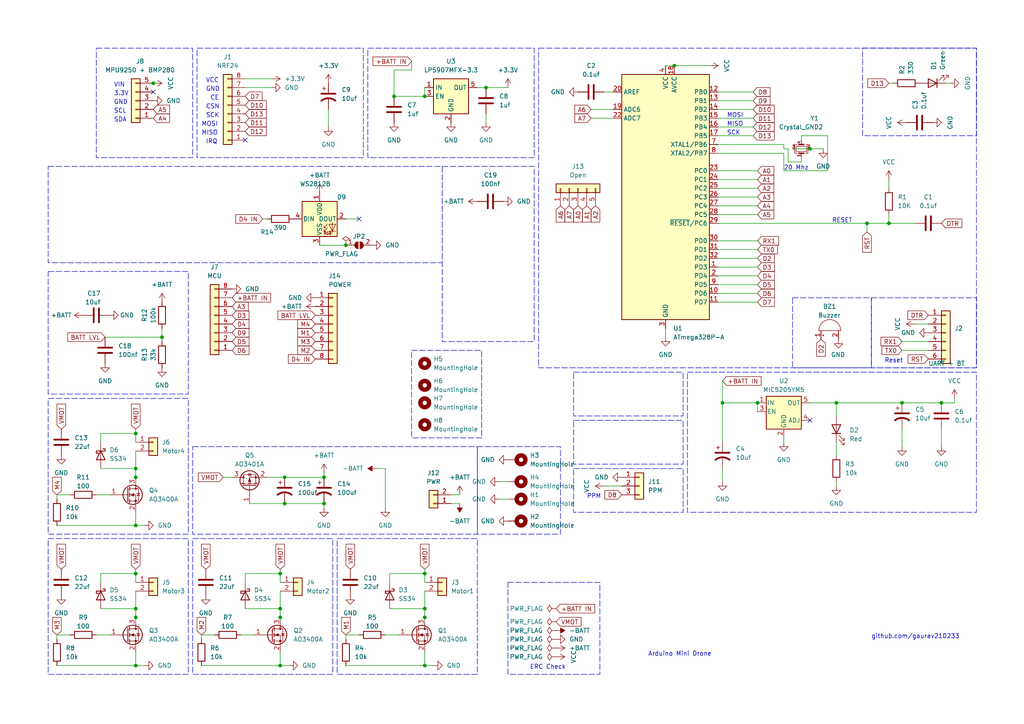
<source format=kicad_sch>
(kicad_sch (version 20230121) (generator eeschema)
  (paper "A4")
  (junction (at 39.37 166.37))
  (junction (at 82.55 146.05))
  (junction (at 81.28 176.53))
  (junction (at 273.05 116.84))
  (junction (at 261.62 116.84))
  (junction (at 123.19 179.07))
  (junction (at 39.37 193.04))
  (junction (at 81.28 193.04))
  (junction (at 100.33 71.12))
  (junction (at 81.28 179.07))
  (junction (at 44.45 24.13))
  (junction (at 93.98 138.43))
  (junction (at 234.95 43.18))
  (junction (at 39.37 125.73))
  (junction (at 123.19 193.04))
  (junction (at 114.3 27.94))
  (junction (at 123.19 166.37))
  (junction (at 123.19 176.53))
  (junction (at 82.55 138.43))
  (junction (at 39.37 152.4))
  (junction (at 46.99 97.79))
  (junction (at 257.81 64.77))
  (junction (at 123.19 27.94))
  (junction (at 39.37 138.43))
  (junction (at 140.97 25.4))
  (junction (at 81.28 166.37))
  (junction (at 39.37 135.89))
  (junction (at 251.46 64.77))
  (junction (at 219.71 116.84))
  (junction (at 39.37 176.53))
  (junction (at 93.98 146.05))
  (junction (at 195.58 19.05))
  (junction (at 39.37 179.07))
  (junction (at 209.55 116.84))
  (junction (at 242.57 116.84))
  (no_connect (at 234.95 121.92))
  (no_connect (at 71.12 40.64))
  (no_connect (at 44.45 26.67))
  (no_connect (at 104.14 63.5))
  (wire (pts (xy 114.3 27.94) (xy 123.19 27.94)))
  (wire (pts (xy 261.62 124.46) (xy 261.62 129.54)))
  (wire (pts (xy 265.43 93.98) (xy 269.24 93.98)))
  (wire (pts (xy 71.12 176.53) (xy 81.28 176.53)))
  (wire (pts (xy 45.72 24.13) (xy 44.45 24.13)))
  (wire (pts (xy 193.04 97.79) (xy 193.04 95.25)))
  (wire (pts (xy 39.37 125.73) (xy 39.37 128.27)))
  (wire (pts (xy 138.43 25.4) (xy 140.97 25.4)))
  (wire (pts (xy 219.71 80.01) (xy 208.28 80.01)))
  (wire (pts (xy 123.19 180.34) (xy 123.19 179.07)))
  (wire (pts (xy 205.74 19.05) (xy 195.58 19.05)))
  (wire (pts (xy 219.71 77.47) (xy 208.28 77.47)))
  (wire (pts (xy 46.99 95.25) (xy 46.99 97.79)))
  (wire (pts (xy 219.71 82.55) (xy 208.28 82.55)))
  (wire (pts (xy 209.55 139.7) (xy 209.55 135.89)))
  (wire (pts (xy 39.37 124.46) (xy 39.37 125.73)))
  (wire (pts (xy 29.21 168.91) (xy 29.21 166.37)))
  (wire (pts (xy 111.76 135.89) (xy 111.76 147.32)))
  (wire (pts (xy 58.42 184.15) (xy 62.23 184.15)))
  (wire (pts (xy 16.51 143.51) (xy 20.32 143.51)))
  (wire (pts (xy 39.37 130.81) (xy 39.37 135.89)))
  (wire (pts (xy 228.6 46.99) (xy 232.41 46.99)))
  (wire (pts (xy 227.33 43.18) (xy 228.6 43.18)))
  (wire (pts (xy 41.91 193.04) (xy 39.37 193.04)))
  (wire (pts (xy 273.05 124.46) (xy 273.05 129.54)))
  (wire (pts (xy 123.19 166.37) (xy 123.19 168.91)))
  (wire (pts (xy 113.03 176.53) (xy 123.19 176.53)))
  (wire (pts (xy 234.95 116.84) (xy 242.57 116.84)))
  (wire (pts (xy 100.33 185.42) (xy 100.33 184.15)))
  (wire (pts (xy 125.73 193.04) (xy 123.19 193.04)))
  (wire (pts (xy 29.21 125.73) (xy 39.37 125.73)))
  (wire (pts (xy 209.55 128.27) (xy 209.55 116.84)))
  (wire (pts (xy 209.55 110.49) (xy 209.55 116.84)))
  (wire (pts (xy 219.71 49.53) (xy 208.28 49.53)))
  (wire (pts (xy 39.37 148.59) (xy 39.37 152.4)))
  (wire (pts (xy 144.78 144.78) (xy 147.32 144.78)))
  (wire (pts (xy 257.81 24.13) (xy 259.08 24.13)))
  (wire (pts (xy 175.26 140.97) (xy 180.34 140.97)))
  (wire (pts (xy 39.37 180.34) (xy 39.37 179.07)))
  (wire (pts (xy 16.51 152.4) (xy 39.37 152.4)))
  (wire (pts (xy 133.35 146.05) (xy 130.81 146.05)))
  (wire (pts (xy 16.51 184.15) (xy 20.32 184.15)))
  (wire (pts (xy 81.28 180.34) (xy 81.28 179.07)))
  (wire (pts (xy 175.26 26.67) (xy 177.8 26.67)))
  (wire (pts (xy 71.12 22.86) (xy 78.74 22.86)))
  (wire (pts (xy 29.21 166.37) (xy 39.37 166.37)))
  (wire (pts (xy 93.98 137.16) (xy 93.98 138.43)))
  (wire (pts (xy 218.44 34.29) (xy 208.28 34.29)))
  (wire (pts (xy 209.55 116.84) (xy 219.71 116.84)))
  (wire (pts (xy 219.71 62.23) (xy 208.28 62.23)))
  (wire (pts (xy 71.12 25.4) (xy 78.74 25.4)))
  (wire (pts (xy 219.71 74.93) (xy 208.28 74.93)))
  (wire (pts (xy 58.42 193.04) (xy 81.28 193.04)))
  (wire (pts (xy 261.62 99.06) (xy 269.24 99.06)))
  (wire (pts (xy 95.25 31.75) (xy 95.25 36.83)))
  (wire (pts (xy 81.28 176.53) (xy 81.28 179.07)))
  (wire (pts (xy 81.28 166.37) (xy 81.28 168.91)))
  (wire (pts (xy 219.71 72.39) (xy 208.28 72.39)))
  (wire (pts (xy 81.28 165.1) (xy 81.28 166.37)))
  (wire (pts (xy 39.37 135.89) (xy 39.37 138.43)))
  (wire (pts (xy 251.46 64.77) (xy 257.81 64.77)))
  (wire (pts (xy 257.81 64.77) (xy 265.43 64.77)))
  (wire (pts (xy 123.19 189.23) (xy 123.19 193.04)))
  (wire (pts (xy 123.19 165.1) (xy 123.19 166.37)))
  (wire (pts (xy 219.71 59.69) (xy 208.28 59.69)))
  (wire (pts (xy 41.91 152.4) (xy 39.37 152.4)))
  (wire (pts (xy 232.41 39.37) (xy 232.41 40.64)))
  (wire (pts (xy 100.33 63.5) (xy 104.14 63.5)))
  (wire (pts (xy 147.32 25.4) (xy 140.97 25.4)))
  (wire (pts (xy 171.45 31.75) (xy 177.8 31.75)))
  (wire (pts (xy 100.33 193.04) (xy 123.19 193.04)))
  (wire (pts (xy 81.28 189.23) (xy 81.28 193.04)))
  (wire (pts (xy 257.81 62.23) (xy 257.81 64.77)))
  (wire (pts (xy 119.38 20.32) (xy 119.38 17.78)))
  (wire (pts (xy 58.42 185.42) (xy 58.42 184.15)))
  (wire (pts (xy 232.41 45.72) (xy 232.41 46.99)))
  (wire (pts (xy 111.76 184.15) (xy 115.57 184.15)))
  (wire (pts (xy 228.6 43.18) (xy 228.6 46.99)))
  (wire (pts (xy 242.57 120.65) (xy 242.57 116.84)))
  (wire (pts (xy 218.44 36.83) (xy 208.28 36.83)))
  (wire (pts (xy 219.71 85.09) (xy 208.28 85.09)))
  (wire (pts (xy 29.21 176.53) (xy 39.37 176.53)))
  (wire (pts (xy 114.3 20.32) (xy 119.38 20.32)))
  (wire (pts (xy 123.19 171.45) (xy 123.19 176.53)))
  (wire (pts (xy 64.77 138.43) (xy 67.31 138.43)))
  (wire (pts (xy 39.37 166.37) (xy 39.37 168.91)))
  (wire (pts (xy 29.21 128.27) (xy 29.21 125.73)))
  (wire (pts (xy 218.44 31.75) (xy 208.28 31.75)))
  (wire (pts (xy 171.45 34.29) (xy 177.8 34.29)))
  (wire (pts (xy 257.81 52.07) (xy 257.81 54.61)))
  (wire (pts (xy 39.37 171.45) (xy 39.37 176.53)))
  (wire (pts (xy 29.21 135.89) (xy 39.37 135.89)))
  (wire (pts (xy 193.04 19.05) (xy 195.58 19.05)))
  (wire (pts (xy 82.55 146.05) (xy 93.98 146.05)))
  (wire (pts (xy 219.71 54.61) (xy 208.28 54.61)))
  (wire (pts (xy 208.28 41.91) (xy 227.33 41.91)))
  (wire (pts (xy 16.51 185.42) (xy 16.51 184.15)))
  (wire (pts (xy 219.71 116.84) (xy 219.71 119.38)))
  (wire (pts (xy 218.44 29.21) (xy 208.28 29.21)))
  (wire (pts (xy 39.37 139.7) (xy 39.37 138.43)))
  (wire (pts (xy 218.44 39.37) (xy 208.28 39.37)))
  (wire (pts (xy 227.33 49.53) (xy 240.03 49.53)))
  (wire (pts (xy 227.33 128.27) (xy 227.33 127)))
  (wire (pts (xy 76.2 63.5) (xy 77.47 63.5)))
  (wire (pts (xy 123.19 25.4) (xy 123.19 27.94)))
  (wire (pts (xy 242.57 116.84) (xy 261.62 116.84)))
  (wire (pts (xy 69.85 184.15) (xy 73.66 184.15)))
  (wire (pts (xy 261.62 101.6) (xy 269.24 101.6)))
  (wire (pts (xy 71.12 166.37) (xy 81.28 166.37)))
  (wire (pts (xy 208.28 44.45) (xy 227.33 44.45)))
  (wire (pts (xy 242.57 139.7) (xy 242.57 140.97)))
  (wire (pts (xy 27.94 184.15) (xy 31.75 184.15)))
  (wire (pts (xy 39.37 189.23) (xy 39.37 193.04)))
  (wire (pts (xy 261.62 116.84) (xy 273.05 116.84)))
  (wire (pts (xy 208.28 64.77) (xy 251.46 64.77)))
  (wire (pts (xy 72.39 146.05) (xy 82.55 146.05)))
  (wire (pts (xy 227.33 41.91) (xy 227.33 43.18)))
  (wire (pts (xy 274.32 24.13) (xy 275.59 24.13)))
  (wire (pts (xy 219.71 69.85) (xy 208.28 69.85)))
  (wire (pts (xy 46.99 97.79) (xy 46.99 99.06)))
  (wire (pts (xy 229.87 43.18) (xy 234.95 43.18)))
  (wire (pts (xy 113.03 166.37) (xy 123.19 166.37)))
  (wire (pts (xy 227.33 44.45) (xy 227.33 49.53)))
  (wire (pts (xy 81.28 171.45) (xy 81.28 176.53)))
  (wire (pts (xy 240.03 49.53) (xy 240.03 39.37)))
  (wire (pts (xy 83.82 193.04) (xy 81.28 193.04)))
  (wire (pts (xy 219.71 52.07) (xy 208.28 52.07)))
  (wire (pts (xy 77.47 138.43) (xy 82.55 138.43)))
  (wire (pts (xy 16.51 193.04) (xy 39.37 193.04)))
  (wire (pts (xy 273.05 116.84) (xy 276.86 116.84)))
  (wire (pts (xy 109.22 135.89) (xy 111.76 135.89)))
  (wire (pts (xy 93.98 146.05) (xy 93.98 147.32)))
  (wire (pts (xy 123.19 176.53) (xy 123.19 179.07)))
  (wire (pts (xy 71.12 168.91) (xy 71.12 166.37)))
  (wire (pts (xy 219.71 57.15) (xy 208.28 57.15)))
  (wire (pts (xy 30.48 97.79) (xy 46.99 97.79)))
  (wire (pts (xy 140.97 35.56) (xy 140.97 33.02)))
  (wire (pts (xy 242.57 128.27) (xy 242.57 132.08)))
  (wire (pts (xy 251.46 64.77) (xy 251.46 67.31)))
  (wire (pts (xy 27.94 143.51) (xy 31.75 143.51)))
  (wire (pts (xy 276.86 115.57) (xy 276.86 116.84)))
  (wire (pts (xy 16.51 144.78) (xy 16.51 143.51)))
  (wire (pts (xy 133.35 143.51) (xy 130.81 143.51)))
  (wire (pts (xy 144.78 139.7) (xy 147.32 139.7)))
  (wire (pts (xy 240.03 39.37) (xy 232.41 39.37)))
  (wire (pts (xy 39.37 165.1) (xy 39.37 166.37)))
  (wire (pts (xy 100.33 184.15) (xy 104.14 184.15)))
  (wire (pts (xy 39.37 176.53) (xy 39.37 179.07)))
  (wire (pts (xy 219.71 87.63) (xy 208.28 87.63)))
  (wire (pts (xy 92.71 71.12) (xy 100.33 71.12)))
  (wire (pts (xy 234.95 43.18) (xy 238.76 43.18)))
  (wire (pts (xy 218.44 26.67) (xy 208.28 26.67)))
  (wire (pts (xy 113.03 168.91) (xy 113.03 166.37)))
  (wire (pts (xy 82.55 138.43) (xy 93.98 138.43)))
  (wire (pts (xy 114.3 20.32) (xy 114.3 27.94)))
  (rectangle (start 229.87 86.36) (end 252.73 106.68) (stroke (width 0) (type dash)))
  (rectangle (start 27.94 13.97) (end 55.88 45.72) (stroke (width 0) (type dash)))
  (rectangle (start 13.97 78.74) (end 54.61 114.3) (stroke (width 0) (type dash)))
  (rectangle (start 252.73 86.36) (end 283.21 106.68) (stroke (width 0) (type dash)))
  (rectangle (start 166.37 107.95) (end 198.12 120.65) (stroke (width 0) (type dash)))
  (rectangle (start 156.21 13.97) (end 283.21 106.68) (stroke (width 0) (type dash)))
  (rectangle (start 55.88 129.54) (end 138.43 154.94) (stroke (width 0) (type dash)))
  (rectangle (start 13.97 156.21) (end 54.61 195.58) (stroke (width 0) (type dash)))
  (rectangle (start 57.15 13.97) (end 105.41 45.72) (stroke (width 0) (type dash)))
  (rectangle (start 138.43 129.54) (end 162.56 154.94) (stroke (width 0) (type dash)))
  (rectangle (start 166.37 121.92) (end 198.12 134.62) (stroke (width 0) (type dash)))
  (rectangle (start 55.88 156.21) (end 96.52 195.58) (stroke (width 0) (type dash)))
  (rectangle (start 128.27 48.26) (end 154.94 99.06) (stroke (width 0) (type dash)))
  (rectangle (start 250.19 13.97) (end 283.21 39.37) (stroke (width 0) (type dash)))
  (rectangle (start 147.32 168.91) (end 173.99 195.58) (stroke (width 0) (type dash)))
  (rectangle (start 106.68 13.97) (end 154.94 45.72) (stroke (width 0) (type dash)))
  (rectangle (start 199.39 107.95) (end 283.21 148.59) (stroke (width 0) (type dash)))
  (rectangle (start 13.97 115.57) (end 54.61 154.94) (stroke (width 0) (type dash)))
  (rectangle (start 13.97 48.26) (end 128.27 76.2) (stroke (width 0) (type dash)))
  (rectangle (start 166.37 135.89) (end 198.12 148.59) (stroke (width 0) (type dash)))
  (rectangle (start 119.38 101.6) (end 139.7 127) (stroke (width 0) (type dash)))
  (rectangle (start 97.79 156.21) (end 138.43 195.58) (stroke (width 0) (type dash)))
  (text "SCL" (at 33.02 33.02 0) (effects (font (size 1.27 1.27)) (justify left bottom)))
  (text "GND\n" (at 33.02 30.48 0) (effects (font (size 1.27 1.27)) (justify left bottom)))
  (text "RESET" (at 241.3 64.77 0) (effects (font (size 1.27 1.27)) (justify left bottom)))
  (text "MISO\n" (at 210.82 36.83 0) (effects (font (size 1.27 1.27)) (justify left bottom)))
  (text "Reset\n" (at 256.54 105.41 0) (effects (font (size 1.27 1.27)) (justify left bottom)))
  (text "3.3V" (at 33.02 27.94 0) (effects (font (size 1.27 1.27)) (justify left bottom)))
  (text "MOSI" (at 210.82 34.29 0) (effects (font (size 1.27 1.27)) (justify left bottom)))
  (text "CE" (at 60.96 29.21 0) (effects (font (size 1.27 1.27)) (justify left bottom)))
  (text "VIN\n" (at 33.02 25.4 0) (effects (font (size 1.27 1.27)) (justify left bottom)))
  (text "ERC Check" (at 153.67 194.31 0) (effects (font (size 1.27 1.27)) (justify left bottom)))
  (text "Arduino Mini Drone" (at 187.96 190.5 0) (effects (font (size 1.27 1.27)) (justify left bottom)))
  (text "PPM\n" (at 170.18 144.78 0) (effects (font (size 1.27 1.27)) (justify left bottom)))
  (text "IRQ" (at 59.69 41.91 0) (effects (font (size 1.27 1.27)) (justify left bottom)))
  (text "VCC" (at 59.69 24.13 0) (effects (font (size 1.27 1.27)) (justify left bottom)))
  (text "SCK" (at 59.69 34.29 0) (effects (font (size 1.27 1.27)) (justify left bottom)))
  (text "MOSI" (at 58.42 36.83 0) (effects (font (size 1.27 1.27)) (justify left bottom)))
  (text "MISO" (at 58.42 39.37 0) (effects (font (size 1.27 1.27)) (justify left bottom)))
  (text "SCK" (at 210.82 39.37 0) (effects (font (size 1.27 1.27)) (justify left bottom)))
  (text "CSN" (at 59.69 31.75 0) (effects (font (size 1.27 1.27)) (justify left bottom)))
  (text "SDA" (at 33.02 35.56 0) (effects (font (size 1.27 1.27)) (justify left bottom)))
  (text "github.com/gaurav210233" (at 252.73 185.42 0) (effects (font (size 1.27 1.27)) (justify left bottom)))
  (text "20 Mhz" (at 227.33 49.53 0) (effects (font (size 1.27 1.27)) (justify left bottom)))
  (text "GND" (at 59.69 26.67 0) (effects (font (size 1.27 1.27)) (justify left bottom)))
  (global_label "M3" (shape input) (at 16.51 184.15 90) (property "Intersheetrefs" "${INTERSHEET_REFS}" (effects hide)))
  (global_label "VMOT" (shape input) (at 64.77 138.43 180) (property "Intersheetrefs" "${INTERSHEET_REFS}" (effects hide)))
  (global_label "D13" (shape input) (at 218.44 39.37 0) (property "Intersheetrefs" "${INTERSHEET_REFS}" (effects hide)))
  (global_label "A1" (shape input) (at 170.18 59.69 270) (property "Intersheetrefs" "${INTERSHEET_REFS}" (effects hide)))
  (global_label "A7" (shape input) (at 171.45 34.29 180) (property "Intersheetrefs" "${INTERSHEET_REFS}" (effects hide)))
  (global_label "D13" (shape input) (at 257.81 24.13 180) (property "Intersheetrefs" "${INTERSHEET_REFS}" (effects hide)))
  (global_label "M2" (shape input) (at 91.44 101.6 180) (property "Intersheetrefs" "${INTERSHEET_REFS}" (effects hide)))
  (global_label "A0" (shape input) (at 219.71 49.53 0) (property "Intersheetrefs" "${INTERSHEET_REFS}" (effects hide)))
  (global_label "D7" (shape input) (at 219.71 87.63 0) (property "Intersheetrefs" "${INTERSHEET_REFS}" (effects hide)))
  (global_label "VMOT" (shape input) (at 123.19 165.1 90) (property "Intersheetrefs" "${INTERSHEET_REFS}" (effects hide)))
  (global_label "D3" (shape input) (at 219.71 77.47 0) (property "Intersheetrefs" "${INTERSHEET_REFS}" (effects hide)))
  (global_label "D11" (shape input) (at 71.12 35.56 0) (property "Intersheetrefs" "${INTERSHEET_REFS}" (effects hide)))
  (global_label "A2" (shape input) (at 219.71 54.61 0) (property "Intersheetrefs" "${INTERSHEET_REFS}" (effects hide)))
  (global_label "A6" (shape input) (at 162.56 59.69 270) (property "Intersheetrefs" "${INTERSHEET_REFS}" (effects hide)))
  (global_label "VMOT" (shape input) (at 81.28 165.1 90) (property "Intersheetrefs" "${INTERSHEET_REFS}" (effects hide)))
  (global_label "+BATT IN" (shape input) (at 119.38 17.78 180) (property "Intersheetrefs" "${INTERSHEET_REFS}" (effects hide)))
  (global_label "RX1" (shape input) (at 219.71 69.85 0) (property "Intersheetrefs" "${INTERSHEET_REFS}" (effects hide)))
  (global_label "+BATT IN" (shape input) (at 161.29 176.53 0) (property "Intersheetrefs" "${INTERSHEET_REFS}" (effects hide)))
  (global_label "M1" (shape input) (at 91.44 96.52 180) (property "Intersheetrefs" "${INTERSHEET_REFS}" (effects hide)))
  (global_label "VMOT" (shape input) (at 161.29 180.34 0) (property "Intersheetrefs" "${INTERSHEET_REFS}" (effects hide)))
  (global_label "D4" (shape input) (at 219.71 80.01 0) (property "Intersheetrefs" "${INTERSHEET_REFS}" (effects hide)))
  (global_label "A5" (shape input) (at 44.45 31.75 0) (property "Intersheetrefs" "${INTERSHEET_REFS}" (effects hide)))
  (global_label "D9" (shape input) (at 218.44 29.21 0) (property "Intersheetrefs" "${INTERSHEET_REFS}" (effects hide)))
  (global_label "D12" (shape input) (at 218.44 36.83 0) (property "Intersheetrefs" "${INTERSHEET_REFS}" (effects hide)))
  (global_label "D13" (shape input) (at 71.12 33.02 0) (property "Intersheetrefs" "${INTERSHEET_REFS}" (effects hide)))
  (global_label "A6" (shape input) (at 171.45 31.75 180) (property "Intersheetrefs" "${INTERSHEET_REFS}" (effects hide)))
  (global_label "D4" (shape input) (at 67.31 93.98 0) (property "Intersheetrefs" "${INTERSHEET_REFS}" (effects hide)))
  (global_label "BATT LVL" (shape input) (at 30.48 97.79 180) (property "Intersheetrefs" "${INTERSHEET_REFS}" (effects hide)))
  (global_label "RST" (shape input) (at 251.46 67.31 270) (property "Intersheetrefs" "${INTERSHEET_REFS}" (effects hide)))
  (global_label "D4 IN" (shape input) (at 76.2 63.5 180) (property "Intersheetrefs" "${INTERSHEET_REFS}" (effects hide)))
  (global_label "D10" (shape input) (at 71.12 30.48 0) (property "Intersheetrefs" "${INTERSHEET_REFS}" (effects hide)))
  (global_label "D2" (shape input) (at 219.71 74.93 0) (property "Intersheetrefs" "${INTERSHEET_REFS}" (effects hide)))
  (global_label "D6" (shape input) (at 219.71 85.09 0) (property "Intersheetrefs" "${INTERSHEET_REFS}" (effects hide)))
  (global_label "VMOT" (shape input) (at 39.37 124.46 90) (property "Intersheetrefs" "${INTERSHEET_REFS}" (effects hide)))
  (global_label "TX0" (shape input) (at 219.71 72.39 0) (property "Intersheetrefs" "${INTERSHEET_REFS}" (effects hide)))
  (global_label "A4" (shape input) (at 44.45 34.29 0) (property "Intersheetrefs" "${INTERSHEET_REFS}" (effects hide)))
  (global_label "D2" (shape input) (at 238.125 98.425 270) (property "Intersheetrefs" "${INTERSHEET_REFS}" (effects hide)))
  (global_label "+BATT IN" (shape input) (at 209.55 110.49 0) (property "Intersheetrefs" "${INTERSHEET_REFS}" (effects hide)))
  (global_label "D5" (shape input) (at 219.71 82.55 0) (property "Intersheetrefs" "${INTERSHEET_REFS}" (effects hide)))
  (global_label "VMOT" (shape input) (at 59.69 165.1 90) (property "Intersheetrefs" "${INTERSHEET_REFS}" (effects hide)))
  (global_label "D9" (shape input) (at 67.31 96.52 0) (property "Intersheetrefs" "${INTERSHEET_REFS}" (effects hide)))
  (global_label "D11" (shape input) (at 218.44 34.29 0) (property "Intersheetrefs" "${INTERSHEET_REFS}" (effects hide)))
  (global_label "D12" (shape input) (at 71.12 38.1 0) (property "Intersheetrefs" "${INTERSHEET_REFS}" (effects hide)))
  (global_label "RST" (shape input) (at 269.24 104.14 180) (property "Intersheetrefs" "${INTERSHEET_REFS}" (effects hide)))
  (global_label "A3" (shape input) (at 219.71 57.15 0) (property "Intersheetrefs" "${INTERSHEET_REFS}" (effects hide)))
  (global_label "D8" (shape input) (at 180.34 143.51 180) (property "Intersheetrefs" "${INTERSHEET_REFS}" (effects hide)))
  (global_label "A4" (shape input) (at 219.71 59.69 0) (property "Intersheetrefs" "${INTERSHEET_REFS}" (effects hide)))
  (global_label "M3" (shape input) (at 91.44 99.06 180) (property "Intersheetrefs" "${INTERSHEET_REFS}" (effects hide)))
  (global_label "A2" (shape input) (at 172.72 59.69 270) (property "Intersheetrefs" "${INTERSHEET_REFS}" (effects hide)))
  (global_label "M4" (shape input) (at 91.44 93.98 180) (property "Intersheetrefs" "${INTERSHEET_REFS}" (effects hide)))
  (global_label "VMOT" (shape input) (at 101.6 165.1 90) (property "Intersheetrefs" "${INTERSHEET_REFS}" (effects hide)))
  (global_label "D3" (shape input) (at 67.31 91.44 0) (property "Intersheetrefs" "${INTERSHEET_REFS}" (effects hide)))
  (global_label "DTR" (shape input) (at 269.24 91.44 180) (property "Intersheetrefs" "${INTERSHEET_REFS}" (effects hide)))
  (global_label "A7" (shape input) (at 165.1 59.69 270) (property "Intersheetrefs" "${INTERSHEET_REFS}" (effects hide)))
  (global_label "VMOT" (shape input) (at 39.37 165.1 90) (property "Intersheetrefs" "${INTERSHEET_REFS}" (effects hide)))
  (global_label "D6" (shape input) (at 67.31 101.6 0) (property "Intersheetrefs" "${INTERSHEET_REFS}" (effects hide)))
  (global_label "D5" (shape input) (at 67.31 99.06 0) (property "Intersheetrefs" "${INTERSHEET_REFS}" (effects hide)))
  (global_label "VMOT" (shape input) (at 17.78 124.46 90) (property "Intersheetrefs" "${INTERSHEET_REFS}" (effects hide)))
  (global_label "A1" (shape input) (at 219.71 52.07 0) (property "Intersheetrefs" "${INTERSHEET_REFS}" (effects hide)))
  (global_label "M4" (shape input) (at 16.51 143.51 90) (property "Intersheetrefs" "${INTERSHEET_REFS}" (effects hide)))
  (global_label "+BATT IN" (shape input) (at 67.31 86.36 0) (property "Intersheetrefs" "${INTERSHEET_REFS}" (effects hide)))
  (global_label "VMOT" (shape input) (at 17.78 165.1 90) (property "Intersheetrefs" "${INTERSHEET_REFS}" (effects hide)))
  (global_label "BATT LVL" (shape input) (at 91.44 91.44 180) (property "Intersheetrefs" "${INTERSHEET_REFS}" (effects hide)))
  (global_label "D7" (shape input) (at 71.12 27.94 0) (property "Intersheetrefs" "${INTERSHEET_REFS}" (effects hide)))
  (global_label "DTR" (shape input) (at 273.05 64.77 0) (property "Intersheetrefs" "${INTERSHEET_REFS}" (effects hide)))
  (global_label "M2" (shape input) (at 58.42 184.15 90) (property "Intersheetrefs" "${INTERSHEET_REFS}" (effects hide)))
  (global_label "D8" (shape input) (at 218.44 26.67 0) (property "Intersheetrefs" "${INTERSHEET_REFS}" (effects hide)))
  (global_label "A0" (shape input) (at 167.64 59.69 270) (property "Intersheetrefs" "${INTERSHEET_REFS}" (effects hide)))
  (global_label "A5" (shape input) (at 219.71 62.23 0) (property "Intersheetrefs" "${INTERSHEET_REFS}" (effects hide)))
  (global_label "TX0" (shape input) (at 261.62 101.6 180) (property "Intersheetrefs" "${INTERSHEET_REFS}" (effects hide)))
  (global_label "RX1" (shape input) (at 261.62 99.06 180) (property "Intersheetrefs" "${INTERSHEET_REFS}" (effects hide)))
  (global_label "D4 IN" (shape input) (at 91.44 104.14 180) (property "Intersheetrefs" "${INTERSHEET_REFS}" (effects hide)))
  (global_label "M1" (shape input) (at 100.33 184.15 90) (property "Intersheetrefs" "${INTERSHEET_REFS}" (effects hide)))
  (global_label "A3" (shape input) (at 67.31 88.9 0) (property "Intersheetrefs" "${INTERSHEET_REFS}" (effects hide)))
  (global_label "D10" (shape input) (at 218.44 31.75 0) (property "Intersheetrefs" "${INTERSHEET_REFS}" (effects hide)))
  (symbol (lib_id "power:VCC") (at 262.89 35.56 90) (unit 1)
    (property "Reference" "#PWR08" (effects hide))
    (property "Value" "VCC" (at 257.81 35.56 0))
  )
  (symbol (lib_id "power:GND") (at 95.25 36.83 0) (unit 1)
    (property "Reference" "#PWR023" (effects hide))
    (property "Value" "GND" (at 95.25 41.91 0))
  )
  (symbol (lib_id "Connector_Generic:Conn_01x08") (at 66.04 33.02 180) (unit 1)
    (property "Reference" "J1" (at 66.04 16.51 0))
    (property "Value" "NRF24" (at 66.04 19.05 0))
    (property "Footprint" "Connector_PinHeader_1.27mm:PinHeader_1x08_P1.27mm_Vertical" (effects hide))
  )
  (symbol (lib_id "power:+3.3V") (at 95.25 24.13 0) (unit 1)
    (property "Reference" "#PWR024" (effects hide))
    (property "Value" "+3.3V" (at 95.25 19.05 0))
  )
  (symbol (lib_id "power:+3.3V") (at 147.32 25.4 0) (unit 1)
    (property "Reference" "#PWR019" (effects hide))
    (property "Value" "+3.3V" (at 147.32 20.32 0))
  )
  (symbol (lib_id "Device:R") (at 16.51 148.59 180) (unit 1)
    (property "Reference" "R10" (at 19.05 147.32 0) (effects (justify right)))
    (property "Value" "10k" (at 19.05 149.86 0) (effects (justify right)))
    (property "Footprint" "Resistor_SMD:R_0603_1608Metric_Pad0.98x0.95mm_HandSolder" (effects hide))
    (property "LCSC" "C25804" (effects hide))
  )
  (symbol (lib_id "power:VCC") (at 205.74 19.05 270) (unit 1)
    (property "Reference" "#PWR03" (effects hide))
    (property "Value" "VCC" (at 210.82 19.05 0))
  )
  (symbol (lib_id "Mechanical:MountingHole") (at 123.19 116.84 0) (unit 1)
    (property "Reference" "H7" (at 125.73 115.57 0) (effects (justify left)))
    (property "Value" "MountingHole" (at 125.73 118.11 0) (effects (justify left)))
    (property "Footprint" "MountingHole:MountingHole_2.2mm_M2_Pad_Via" (effects hide))
  )
  (symbol (lib_id "Mechanical:MountingHole_Pad") (at 149.86 144.78 270) (unit 1)
    (property "Reference" "H1" (at 153.67 143.51 90) (effects (justify left)))
    (property "Value" "MountingHole" (at 153.67 146.05 90) (effects (justify left)))
    (property "Footprint" "MountingHole:MountingHole_2.2mm_M2_Pad_Via" (effects hide))
  )
  (symbol (lib_id "Device:Buzzer") (at 240.665 95.885 90) (unit 1)
    (property "Reference" "BZ1" (at 242.57 88.9 90) (effects (justify left)))
    (property "Value" "Buzzer" (at 243.84 91.44 90) (effects (justify left)))
    (property "Footprint" "Connector_PinHeader_1.27mm:PinHeader_1x02_P1.27mm_Vertical" (effects hide))
  )
  (symbol (lib_id "power:+BATT") (at 91.44 88.9 90) (unit 1)
    (property "Reference" "#PWR044" (effects hide))
    (property "Value" "+BATT" (at 87.63 88.9 90) (effects (justify left)))
  )
  (symbol (lib_id "Mechanical:MountingHole_Pad") (at 149.86 151.13 270) (unit 1)
    (property "Reference" "H2" (at 153.67 149.86 90) (effects (justify left)))
    (property "Value" "MountingHole" (at 153.67 152.4 90) (effects (justify left)))
    (property "Footprint" "MountingHole:MountingHole_2.2mm_M2_Pad_Via" (effects hide))
  )
  (symbol (lib_id "Mechanical:MountingHole") (at 123.19 111.76 0) (unit 1)
    (property "Reference" "H6" (at 125.73 110.49 0) (effects (justify left)))
    (property "Value" "MountingHole" (at 125.73 113.03 0) (effects (justify left)))
    (property "Footprint" "MountingHole:MountingHole_2.2mm_M2_Pad_Via" (effects hide))
  )
  (symbol (lib_id "power:GND") (at 31.75 91.44 90) (unit 1)
    (property "Reference" "#PWR046" (effects hide))
    (property "Value" "GND" (at 36.83 91.44 90))
  )
  (symbol (lib_id "Transistor_FET:AO3400A") (at 120.65 184.15 0) (unit 1)
    (property "Reference" "Q1" (at 127 182.88 0) (effects (justify left)))
    (property "Value" "AO3400A" (at 127 185.42 0) (effects (justify left)))
    (property "Footprint" "Package_TO_SOT_SMD:SOT-23" (effects hide))
    (property "Datasheet" "http://www.aosmd.com/pdfs/datasheet/AO3400A.pdf" (effects hide))
    (property "LCSC" "C347475" (effects hide))
  )
  (symbol (lib_id "Connector_Generic:Conn_01x02") (at 44.45 168.91 0) (unit 1)
    (property "Reference" "J5" (at 46.99 168.91 0) (effects (justify left)))
    (property "Value" "Motor3" (at 46.99 171.45 0) (effects (justify left)))
    (property "Footprint" "Connector_PinHeader_1.27mm:PinHeader_1x02_P1.27mm_Vertical" (effects hide))
  )
  (symbol (lib_id "Connector_Generic:Conn_01x08") (at 62.23 93.98 180) (unit 1)
    (property "Reference" "J7" (at 62.23 77.47 0))
    (property "Value" "MCU" (at 62.23 80.01 0))
    (property "Footprint" "Connector_PinHeader_1.27mm:PinHeader_1x08_P1.27mm_Vertical" (effects hide))
  )
  (symbol (lib_id "power:GND") (at 275.59 24.13 90) (unit 1)
    (property "Reference" "#PWR09" (effects hide))
    (property "Value" "GND" (at 280.67 24.13 0))
  )
  (symbol (lib_id "power:GND") (at 209.55 139.7 0) (unit 1)
    (property "Reference" "#PWR011" (effects hide))
    (property "Value" "GND" (at 209.55 144.78 0))
  )
  (symbol (lib_id "Regulator_Linear:MIC5205YM5") (at 227.33 119.38 0) (unit 1)
    (property "Reference" "U2" (at 227.33 110.49 0))
    (property "Value" "MIC5205YM5" (at 227.33 113.03 0))
    (property "Footprint" "Package_TO_SOT_SMD:SOT-23-5_HandSoldering" (effects hide))
    (property "Datasheet" "http://ww1.microchip.com/downloads/en/DeviceDoc/20005785A.pdf" (effects hide))
    (property "LCSC" "C412820" (effects hide))
  )
  (symbol (lib_id "Jumper:SolderJumper_2_Open") (at 104.14 71.12 0) (unit 1)
    (property "Reference" "JP2" (at 104.14 68.58 0))
    (property "Value" "LED ON OFF" (effects hide))
    (property "Footprint" "Jumper:SolderJumper-2_P1.3mm_Open_Pad1.0x1.5mm" (effects hide))
  )
  (symbol (lib_id "power:-BATT") (at 161.29 182.88 270) (unit 1)
    (property "Reference" "#PWR070" (effects hide))
    (property "Value" "-BATT" (at 165.1 182.88 90) (effects (justify left)))
  )
  (symbol (lib_id "power:GND") (at 107.95 71.12 90) (unit 1)
    (property "Reference" "#PWR055" (effects hide))
    (property "Value" "GND" (at 111.76 71.12 90) (effects (justify right)))
  )
  (symbol (lib_id "Mechanical:MountingHole_Pad") (at 149.86 133.35 270) (unit 1)
    (property "Reference" "H3" (at 153.67 132.08 90) (effects (justify left)))
    (property "Value" "MountingHole" (at 153.67 134.62 90) (effects (justify left)))
    (property "Footprint" "MountingHole:MountingHole_2.2mm_M2_Pad_Via" (effects hide))
  )
  (symbol (lib_id "Device:R") (at 46.99 102.87 0) (unit 1)
    (property "Reference" "R13" (at 41.91 102.87 90))
    (property "Value" "33k" (at 44.45 102.87 90))
    (property "Footprint" "Resistor_SMD:R_0603_1608Metric_Pad0.98x0.95mm_HandSolder" (effects hide))
    (property "LCSC" "C4216" (effects hide))
  )
  (symbol (lib_id "Device:R") (at 81.28 63.5 90) (unit 1)
    (property "Reference" "R14" (at 77.47 67.31 90))
    (property "Value" "390" (at 81.28 66.04 90))
    (property "Footprint" "Resistor_SMD:R_0603_1608Metric_Pad0.98x0.95mm_HandSolder" (effects hide))
    (property "LCSC" "C23151" (effects hide))
  )
  (symbol (lib_id "Device:C") (at 30.48 101.6 180) (unit 1)
    (property "Reference" "C18" (at 34.29 100.33 0) (effects (justify right)))
    (property "Value" "100nf" (at 34.29 102.87 0) (effects (justify right)))
    (property "Footprint" "Capacitor_SMD:C_0603_1608Metric_Pad1.08x0.95mm_HandSolder" (effects hide))
    (property "LCSC" "C14663" (effects hide))
  )
  (symbol (lib_id "MCU_Microchip_ATmega:ATmega328P-A") (at 193.04 57.15 0) (unit 1)
    (property "Reference" "U1" (at 195.2341 95.25 0) (effects (justify left)))
    (property "Value" "ATmega328P-A" (at 195.2341 97.79 0) (effects (justify left)))
    (property "Footprint" "Package_QFP:TQFP-32_7x7mm_P0.8mm" (effects hide))
    (property "Datasheet" "http://ww1.microchip.com/downloads/en/DeviceDoc/ATmega328_P%20AVR%20MCU%20with%20picoPower%20Technology%20Data%20Sheet%2040001984A.pdf" (effects hide))
    (property "LCSC" "C14877" (effects hide))
  )
  (symbol (lib_id "Device:C") (at 142.24 58.42 270) (unit 1)
    (property "Reference" "C19" (at 142.24 50.8 90))
    (property "Value" "100nf" (at 142.24 53.34 90))
    (property "Footprint" "Capacitor_SMD:C_0603_1608Metric_Pad1.08x0.95mm_HandSolder" (effects hide))
    (property "LCSC" "C14663" (effects hide))
  )
  (symbol (lib_id "power:GND") (at 147.32 151.13 270) (unit 1)
    (property "Reference" "#PWR063" (effects hide))
    (property "Value" "GND" (at 143.51 151.13 90) (effects (justify right)))
  )
  (symbol (lib_id "Mechanical:MountingHole") (at 123.19 105.41 0) (unit 1)
    (property "Reference" "H5" (at 125.73 104.14 0) (effects (justify left)))
    (property "Value" "MountingHole" (at 125.73 106.68 0) (effects (justify left)))
    (property "Footprint" "MountingHole:MountingHole_2.2mm_M2_Pad_Via" (effects hide))
  )
  (symbol (lib_id "power:+BATT") (at 138.43 58.42 90) (unit 1)
    (property "Reference" "#PWR040" (effects hide))
    (property "Value" "+BATT" (at 134.62 58.42 90) (effects (justify left)))
  )
  (symbol (lib_id "power:GND") (at 144.78 139.7 270) (unit 1)
    (property "Reference" "#PWR059" (effects hide))
    (property "Value" "GND" (at 140.97 139.7 90) (effects (justify right)))
  )
  (symbol (lib_id "power:GND") (at 242.57 140.97 0) (unit 1)
    (property "Reference" "#PWR012" (effects hide))
    (property "Value" "GND" (at 242.57 146.05 0))
  )
  (symbol (lib_id "Device:R") (at 58.42 189.23 180) (unit 1)
    (property "Reference" "R6" (at 60.96 187.96 0) (effects (justify right)))
    (property "Value" "10k" (at 60.96 190.5 0) (effects (justify right)))
    (property "Footprint" "Resistor_SMD:R_0603_1608Metric_Pad0.98x0.95mm_HandSolder" (effects hide))
    (property "LCSC" "C25804" (effects hide))
  )
  (symbol (lib_id "power:GND") (at 130.81 35.56 0) (unit 1)
    (property "Reference" "#PWR017" (effects hide))
    (property "Value" "GND" (at 130.81 40.64 0))
  )
  (symbol (lib_id "Device:R") (at 16.51 189.23 180) (unit 1)
    (property "Reference" "R8" (at 19.05 187.96 0) (effects (justify right)))
    (property "Value" "10k" (at 19.05 190.5 0) (effects (justify right)))
    (property "Footprint" "Resistor_SMD:R_0603_1608Metric_Pad0.98x0.95mm_HandSolder" (effects hide))
    (property "LCSC" "C25804" (effects hide))
  )
  (symbol (lib_id "power:+BATT") (at 161.29 187.96 270) (unit 1)
    (property "Reference" "#PWR066" (effects hide))
    (property "Value" "+BATT" (at 165.1 187.96 90) (effects (justify left)))
  )
  (symbol (lib_id "power:GND") (at 167.64 26.67 270) (unit 1)
    (property "Reference" "#PWR04" (effects hide))
    (property "Value" "GND" (at 163.83 26.67 90) (effects (justify right)))
  )
  (symbol (lib_id "Device:R") (at 242.57 135.89 180) (unit 1)
    (property "Reference" "R3" (at 245.11 134.62 0) (effects (justify right)))
    (property "Value" "10k" (at 245.11 137.16 0) (effects (justify right)))
    (property "Footprint" "Resistor_SMD:R_0603_1608Metric_Pad0.98x0.95mm_HandSolder" (effects hide))
    (property "LCSC" "C25804" (effects hide))
  )
  (symbol (lib_id "Device:C") (at 59.69 168.91 180) (unit 1)
    (property "Reference" "C11" (at 63.5 167.64 0) (effects (justify right)))
    (property "Value" "22uf" (at 63.5 170.18 0) (effects (justify right)))
    (property "Footprint" "Capacitor_SMD:C_0805_2012Metric_Pad1.18x1.45mm_HandSolder" (effects hide))
    (property "LCSC" "C109447" (effects hide))
  )
  (symbol (lib_id "Device:Crystal_GND23_Small") (at 232.41 43.18 90) (unit 1)
    (property "Reference" "Y1" (at 237.49 34.29 90) (effects (justify left)))
    (property "Value" "Crystal_GND2" (at 238.76 36.83 90) (effects (justify left)))
    (property "Footprint" "Crystal:Crystal_SMD_5032-4Pin_5.0x3.2mm" (effects hide))
    (property "LCSC" "C124318" (effects hide))
  )
  (symbol (lib_id "power:VCC") (at 175.26 140.97 90) (unit 1)
    (property "Reference" "#PWR043" (effects hide))
    (property "Value" "VCC" (at 170.18 140.97 0))
  )
  (symbol (lib_id "power:GND") (at 44.45 29.21 90) (unit 1)
    (property "Reference" "#PWR039" (effects hide))
    (property "Value" "GND" (at 48.26 29.21 90) (effects (justify right)))
  )
  (symbol (lib_id "power:VCC") (at 276.86 115.57 0) (unit 1)
    (property "Reference" "#PWR015" (effects hide))
    (property "Value" "VCC" (at 276.86 110.49 0))
  )
  (symbol (lib_id "Device:R") (at 262.89 24.13 270) (unit 1)
    (property "Reference" "R2" (at 261.62 21.59 0) (effects (justify right)))
    (property "Value" "330" (at 264.16 21.59 0) (effects (justify right)))
    (property "Footprint" "Resistor_SMD:R_0603_1608Metric_Pad0.98x0.95mm_HandSolder" (effects hide))
    (property "LCSC" "C23140" (effects hide))
  )
  (symbol (lib_id "power:GND") (at 261.62 129.54 0) (unit 1)
    (property "Reference" "#PWR013" (effects hide))
    (property "Value" "GND" (at 261.62 134.62 0))
  )
  (symbol (lib_id "power:GND") (at 270.51 35.56 90) (unit 1)
    (property "Reference" "#PWR07" (effects hide))
    (property "Value" "GND" (at 275.59 35.56 0))
  )
  (symbol (lib_id "power:GND") (at 41.91 193.04 90) (unit 1)
    (property "Reference" "#PWR032" (effects hide))
    (property "Value" "GND" (at 45.72 193.04 90) (effects (justify right)))
  )
  (symbol (lib_id "power:GND") (at 140.97 35.56 0) (unit 1)
    (property "Reference" "#PWR018" (effects hide))
    (property "Value" "GND" (at 140.97 40.64 0))
  )
  (symbol (lib_id "Connector_Generic:Conn_01x06") (at 274.32 96.52 0) (unit 1)
    (property "Reference" "J2" (at 276.86 95.25 0) (effects (justify left)))
    (property "Value" "UART + BT" (at 269.24 105.41 0) (effects (justify left)))
    (property "Footprint" "Connector_PinHeader_1.27mm:PinHeader_1x06_P1.27mm_Vertical" (effects hide))
  )
  (symbol (lib_id "power:PWR_FLAG") (at 161.29 182.88 90) (unit 1)
    (property "Reference" "#FLG04" (effects hide))
    (property "Value" "PWR_FLAG" (at 157.48 182.88 90) (effects (justify left)))
  )
  (symbol (lib_id "power:GND") (at 17.78 132.08 0) (unit 1)
    (property "Reference" "#PWR033" (effects hide))
    (property "Value" "GND" (at 17.78 137.16 0))
  )
  (symbol (lib_id "Mechanical:MountingHole_Pad") (at 149.86 139.7 270) (unit 1)
    (property "Reference" "H4" (at 153.67 138.43 90) (effects (justify left)))
    (property "Value" "MountingHole" (at 153.67 140.97 90) (effects (justify left)))
    (property "Footprint" "MountingHole:MountingHole_2.2mm_M2_Pad_Via" (effects hide))
  )
  (symbol (lib_id "power:+3.3V") (at 78.74 22.86 270) (unit 1)
    (property "Reference" "#PWR021" (effects hide))
    (property "Value" "+3.3V" (at 82.55 22.86 90) (effects (justify left)))
  )
  (symbol (lib_id "Device:C") (at 27.94 91.44 270) (unit 1)
    (property "Reference" "C17" (at 29.21 85.09 90) (effects (justify right)))
    (property "Value" "10uf" (at 29.21 87.63 90) (effects (justify right)))
    (property "Footprint" "Capacitor_SMD:C_0603_1608Metric_Pad1.08x0.95mm_HandSolder" (effects hide))
    (property "LCSC" "C380316" (effects hide))
  )
  (symbol (lib_id "Device:R") (at 46.99 91.44 0) (unit 1)
    (property "Reference" "R12" (at 41.91 91.44 90))
    (property "Value" "100k" (at 44.45 91.44 90))
    (property "Footprint" "Resistor_SMD:R_0603_1608Metric_Pad0.98x0.95mm_HandSolder" (effects hide))
    (property "LCSC" "C25803" (effects hide))
  )
  (symbol (lib_id "Transistor_FET:AO3401A") (at 72.39 140.97 90) (unit 1)
    (property "Reference" "Q5" (at 72.39 132.08 90))
    (property "Value" "AO3401A" (at 72.39 134.62 90))
    (property "Footprint" "Package_TO_SOT_SMD:SOT-23" (effects hide))
    (property "Datasheet" "http://www.aosmd.com/pdfs/datasheet/AO3401A.pdf" (effects hide))
    (property "LCSC" "C347476" (effects hide))
  )
  (symbol (lib_id "Connector_Generic:Conn_01x02") (at 128.27 168.91 0) (unit 1)
    (property "Reference" "J3" (at 130.81 168.91 0) (effects (justify left)))
    (property "Value" "Motor1" (at 130.81 171.45 0) (effects (justify left)))
    (property "Footprint" "Connector_PinHeader_1.27mm:PinHeader_1x02_P1.27mm_Vertical" (effects hide))
  )
  (symbol (lib_id "Mechanical:MountingHole") (at 123.19 123.19 0) (unit 1)
    (property "Reference" "H8" (at 125.73 121.92 0) (effects (justify left)))
    (property "Value" "MountingHole" (at 125.73 124.46 0) (effects (justify left)))
    (property "Footprint" "MountingHole:MountingHole_2.2mm_M2_Pad_Via" (effects hide))
  )
  (symbol (lib_id "Diode:1N6857UR") (at 71.12 172.72 270) (unit 1)
    (property "Reference" "D4" (at 73.66 171.1325 90) (effects (justify left)))
    (property "Value" "SS34" (at 73.66 173.6725 90) (effects (justify left)))
    (property "Footprint" "Diode_SMD:D_MELF_Handsoldering" (effects hide))
    (property "Datasheet" "https://www.microsemi.com/document-portal/doc_download/131890-lds-0040-1-datasheet" (effects hide))
    (property "LCSC" "C3011102" (effects hide))
  )
  (symbol (lib_id "power:PWR_FLAG") (at 161.29 185.42 90) (unit 1)
    (property "Reference" "#FLG01" (effects hide))
    (property "Value" "PWR_FLAG" (at 157.48 185.42 90) (effects (justify left)))
  )
  (symbol (lib_id "power:GND") (at 59.69 172.72 0) (unit 1)
    (property "Reference" "#PWR029" (effects hide))
    (property "Value" "GND" (at 59.69 177.8 0))
  )
  (symbol (lib_id "power:GND") (at 144.78 144.78 270) (unit 1)
    (property "Reference" "#PWR061" (effects hide))
    (property "Value" "GND" (at 140.97 144.78 90) (effects (justify right)))
  )
  (symbol (lib_id "power:GND") (at 91.44 86.36 270) (unit 1)
    (property "Reference" "#PWR051" (effects hide))
    (property "Value" "GND" (at 87.63 86.36 90) (effects (justify right)))
  )
  (symbol (lib_id "power:-BATT") (at 133.35 146.05 180) (unit 1)
    (property "Reference" "#PWR069" (effects hide))
    (property "Value" "-BATT" (at 133.35 151.13 0))
  )
  (symbol (lib_id "Connector_Generic:Conn_01x02") (at 125.73 146.05 180) (unit 1)
    (property "Reference" "J12" (at 125.73 137.16 0))
    (property "Value" "PWR" (at 125.73 139.7 0))
    (property "Footprint" "Connector_JST:JST_PH_B2B-PH-K_1x02_P2.00mm_Vertical" (effects hide))
  )
  (symbol (lib_id "power:+BATT") (at 92.71 55.88 0) (unit 1)
    (property "Reference" "#PWR020" (effects hide))
    (property "Value" "+BATT" (at 92.71 50.8 0))
  )
  (symbol (lib_id "Diode:1N6857UR") (at 29.21 132.08 270) (unit 1)
    (property "Reference" "D6" (at 31.75 130.4925 90) (effects (justify left)))
    (property "Value" "SS34" (at 31.75 133.0325 90) (effects (justify left)))
    (property "Footprint" "Diode_SMD:D_MELF_Handsoldering" (effects hide))
    (property "Datasheet" "https://www.microsemi.com/document-portal/doc_download/131890-lds-0040-1-datasheet" (effects hide))
    (property "LCSC" "C3011102" (effects hide))
  )
  (symbol (lib_id "Device:C") (at 171.45 26.67 90) (unit 1)
    (property "Reference" "C2" (at 171.45 19.05 90))
    (property "Value" "0.1uf" (at 171.45 21.59 90))
    (property "Footprint" "Capacitor_SMD:C_0603_1608Metric_Pad1.08x0.95mm_HandSolder" (effects hide))
    (property "LCSC" "C71629" (effects hide))
  )
  (symbol (lib_id "Device:C_Polarized_US") (at 95.25 27.94 0) (unit 1)
    (property "Reference" "C9" (at 99.06 26.035 0) (effects (justify left)))
    (property "Value" "10uf" (at 99.06 28.575 0) (effects (justify left)))
    (property "Footprint" "Capacitor_SMD:C_1206_3216Metric_Pad1.33x1.80mm_HandSolder" (effects hide))
    (property "LCSC" "C600516" (effects hide))
  )
  (symbol (lib_id "Device:C") (at 101.6 168.91 180) (unit 1)
    (property "Reference" "C10" (at 105.41 167.64 0) (effects (justify right)))
    (property "Value" "22uf" (at 105.41 170.18 0) (effects (justify right)))
    (property "Footprint" "Capacitor_SMD:C_0805_2012Metric_Pad1.18x1.45mm_HandSolder" (effects hide))
    (property "LCSC" "C109447" (effects hide))
  )
  (symbol (lib_id "Regulator_Linear:LP5907MFX-3.3") (at 130.81 27.94 0) (unit 1)
    (property "Reference" "U3" (at 130.81 17.78 0))
    (property "Value" "LP5907MFX-3.3" (at 130.81 20.32 0))
    (property "Footprint" "Package_TO_SOT_SMD:SOT-23-5_HandSoldering" (effects hide))
    (property "Datasheet" "http://www.ti.com/lit/ds/symlink/lp5907.pdf" (effects hide))
    (property "LCSC" "C5370990" (effects hide))
  )
  (symbol (lib_id "Connector_Generic:Conn_01x05") (at 39.37 29.21 180) (unit 1)
    (property "Reference" "J8" (at 40.64 17.78 0))
    (property "Value" "MPU9250 + BMP280" (at 40.64 20.32 0))
    (property "Footprint" "Connector_PinSocket_2.54mm:PinSocket_1x05_P2.54mm_Vertical" (effects hide))
  )
  (symbol (lib_id "power:PWR_FLAG") (at 161.29 187.96 90) (unit 1)
    (property "Reference" "#FLG02" (effects hide))
    (property "Value" "PWR_FLAG" (at 157.48 187.96 90) (effects (justify left)))
  )
  (symbol (lib_id "Transistor_FET:AO3400A") (at 78.74 184.15 0) (unit 1)
    (property "Reference" "Q2" (at 85.09 182.88 0) (effects (justify left)))
    (property "Value" "AO3400A" (at 85.09 185.42 0) (effects (justify left)))
    (property "Footprint" "Package_TO_SOT_SMD:SOT-23" (effects hide))
    (property "Datasheet" "http://www.aosmd.com/pdfs/datasheet/AO3400A.pdf" (effects hide))
    (property "LCSC" "C347475" (effects hide))
  )
  (symbol (lib_id "Device:R") (at 24.13 143.51 270) (unit 1)
    (property "Reference" "R11" (at 24.13 138.43 90))
    (property "Value" "100" (at 24.13 140.97 90))
    (property "Footprint" "Resistor_SMD:R_0603_1608Metric_Pad0.98x0.95mm_HandSolder" (effects hide))
    (property "LCSC" "C19702" (effects hide))
  )
  (symbol (lib_id "power:GND") (at 161.29 185.42 90) (unit 1)
    (property "Reference" "#PWR065" (effects hide))
    (property "Value" "GND" (at 165.1 185.42 90) (effects (justify right)))
  )
  (symbol (lib_id "power:GND") (at 67.31 83.82 90) (unit 1)
    (property "Reference" "#PWR038" (effects hide))
    (property "Value" "GND" (at 71.12 83.82 90) (effects (justify right)))
  )
  (symbol (lib_id "Device:C_Polarized_US") (at 93.98 142.24 0) (unit 1)
    (property "Reference" "C14" (at 97.79 140.335 0) (effects (justify left)))
    (property "Value" "100uf" (at 97.79 142.875 0) (effects (justify left)))
    (property "Footprint" "Capacitor_Tantalum_SMD:CP_EIA-3528-12_Kemet-T_Pad1.50x2.35mm_HandSolder" (effects hide))
    (property "LCSC" "C171664" (effects hide))
  )
  (symbol (lib_id "Device:C") (at 273.05 120.65 180) (unit 1)
    (property "Reference" "C6" (at 276.86 119.38 0) (effects (justify right)))
    (property "Value" "0.1uf" (at 276.86 121.92 0) (effects (justify right)))
    (property "Footprint" "Capacitor_SMD:C_0603_1608Metric_Pad1.08x0.95mm_HandSolder" (effects hide))
    (property "LCSC" "C71629" (effects hide))
  )
  (symbol (lib_id "LED:WS2812B") (at 92.71 63.5 0) (unit 1)
    (property "Reference" "D9" (at 99.06 57.15 0))
    (property "Value" "WS2812B" (at 91.44 53.34 0))
    (property "Footprint" "LED_SMD:LED_WS2812B_PLCC4_5.0x5.0mm_P3.2mm" (effects hide))
    (property "Datasheet" "https://cdn-shop.adafruit.com/datasheets/WS2812B.pdf" (effects hide))
    (property "LCSC" "C2761795" (effects hide))
  )
  (symbol (lib_id "power:GND") (at 180.34 138.43 270) (unit 1)
    (property "Reference" "#PWR042" (effects hide))
    (property "Value" "GND" (at 176.53 138.43 90) (effects (justify right)))
  )
  (symbol (lib_id "power:VCC") (at 257.81 52.07 0) (unit 1)
    (property "Reference" "#PWR01" (effects hide))
    (property "Value" "VCC" (at 257.81 46.99 0))
  )
  (symbol (lib_id "power:PWR_FLAG") (at 161.29 176.53 90) (unit 1)
    (property "Reference" "#FLG07" (effects hide))
    (property "Value" "PWR_FLAG" (at 157.48 176.53 90) (effects (justify left)))
  )
  (symbol (lib_id "Device:LED") (at 242.57 124.46 90) (unit 1)
    (property "Reference" "D2" (at 246.38 124.7775 90) (effects (justify right)))
    (property "Value" "Red" (at 246.38 127.3175 90) (effects (justify right)))
    (property "Footprint" "LED_SMD:LED_0603_1608Metric_Pad1.05x0.95mm_HandSolder" (effects hide))
    (property "LCSC" "C266784" (effects hide))
  )
  (symbol (lib_id "power:GND") (at 193.04 97.79 0) (unit 1)
    (property "Reference" "#PWR06" (effects hide))
    (property "Value" "GND" (at 193.04 102.87 0))
  )
  (symbol (lib_id "power:VCC") (at 265.43 93.98 90) (unit 1)
    (property "Reference" "#PWR025" (effects hide))
    (property "Value" "VCC" (at 260.35 93.98 0))
  )
  (symbol (lib_id "power:GND") (at 125.73 193.04 90) (unit 1)
    (property "Reference" "#PWR027" (effects hide))
    (property "Value" "GND" (at 129.54 193.04 90) (effects (justify right)))
  )
  (symbol (lib_id "Connector_Generic:Conn_01x02") (at 86.36 168.91 0) (unit 1)
    (property "Reference" "J4" (at 88.9 168.91 0) (effects (justify left)))
    (property "Value" "Motor2" (at 88.9 171.45 0) (effects (justify left)))
    (property "Footprint" "Connector_PinHeader_1.27mm:PinHeader_1x02_P1.27mm_Vertical" (effects hide))
  )
  (symbol (lib_id "power:VCC") (at 161.29 190.5 270) (unit 1)
    (property "Reference" "#PWR067" (effects hide))
    (property "Value" "VCC" (at 166.37 190.5 0))
  )
  (symbol (lib_id "power:VCC") (at 44.45 24.13 270) (unit 1)
    (property "Reference" "#PWR037" (effects hide))
    (property "Value" "VCC" (at 49.53 24.13 0))
  )
  (symbol (lib_id "Device:R") (at 257.81 58.42 180) (unit 1)
    (property "Reference" "R1" (at 260.35 57.15 0) (effects (justify right)))
    (property "Value" "10K" (at 260.35 59.69 0) (effects (justify right)))
    (property "Footprint" "Resistor_SMD:R_0603_1608Metric_Pad0.98x0.95mm_HandSolder" (effects hide))
    (property "LCSC" "C25804" (effects hide))
  )
  (symbol (lib_id "power:+BATT") (at 93.98 137.16 0) (unit 1)
    (property "Reference" "#PWR036" (effects hide))
    (property "Value" "+BATT" (at 93.98 132.08 0))
  )
  (symbol (lib_id "Device:R") (at 24.13 184.15 270) (unit 1)
    (property "Reference" "R9" (at 24.13 179.07 90))
    (property "Value" "100" (at 24.13 181.61 90))
    (property "Footprint" "Resistor_SMD:R_0603_1608Metric_Pad0.98x0.95mm_HandSolder" (effects hide))
    (property "LCSC" "C19702" (effects hide))
  )
  (symbol (lib_id "Device:C") (at 17.78 168.91 180) (unit 1)
    (property "Reference" "C12" (at 21.59 167.64 0) (effects (justify right)))
    (property "Value" "22uf" (at 21.59 170.18 0) (effects (justify right)))
    (property "Footprint" "Capacitor_SMD:C_0805_2012Metric_Pad1.18x1.45mm_HandSolder" (effects hide))
    (property "LCSC" "C109447" (effects hide))
  )
  (symbol (lib_id "power:GND") (at 83.82 193.04 90) (unit 1)
    (property "Reference" "#PWR030" (effects hide))
    (property "Value" "GND" (at 87.63 193.04 90) (effects (justify right)))
  )
  (symbol (lib_id "power:GND") (at 146.05 58.42 90) (unit 1)
    (property "Reference" "#PWR058" (effects hide))
    (property "Value" "GND" (at 149.86 58.42 90) (effects (justify right)))
  )
  (symbol (lib_id "power:GND") (at 147.32 133.35 270) (unit 1)
    (property "Reference" "#PWR057" (effects hide))
    (property "Value" "GND" (at 143.51 133.35 90) (effects (justify right)))
  )
  (symbol (lib_id "power:+BATT") (at 133.35 143.51 0) (unit 1)
    (property "Reference" "#PWR068" (effects hide))
    (property "Value" "+BATT" (at 133.35 138.43 0))
  )
  (symbol (lib_id "power:-BATT") (at 109.22 135.89 90) (unit 1)
    (property "Reference" "#PWR049" (effects hide))
    (property "Value" "-BATT" (at 105.41 135.89 90) (effects (justify left)))
  )
  (symbol (lib_id "Device:R") (at 66.04 184.15 270) (unit 1)
    (property "Reference" "R7" (at 66.04 179.07 90))
    (property "Value" "100" (at 66.04 181.61 90))
    (property "Footprint" "Resistor_SMD:R_0603_1608Metric_Pad0.98x0.95mm_HandSolder" (effects hide))
    (property "LCSC" "C19702" (effects hide))
  )
  (symbol (lib_id "power:+BATT") (at 46.99 87.63 0) (unit 1)
    (property "Reference" "#PWR047" (effects hide))
    (property "Value" "+BATT" (at 46.99 82.55 0))
  )
  (symbol (lib_id "Device:R") (at 100.33 189.23 180) (unit 1)
    (property "Reference" "R4" (at 102.87 187.96 0) (effects (justify right)))
    (property "Value" "10k" (at 102.87 190.5 0) (effects (justify right)))
    (property "Footprint" "Resistor_SMD:R_0603_1608Metric_Pad0.98x0.95mm_HandSolder" (effects hide))
    (property "LCSC" "C25804" (effects hide))
  )
  (symbol (lib_id "Connector_Generic:Conn_01x03") (at 185.42 140.97 0) (unit 1)
    (property "Reference" "J11" (at 187.96 139.7 0) (effects (justify left)))
    (property "Value" "PPM" (at 187.96 142.24 0) (effects (justify left)))
    (property "Footprint" "Connector_PinHeader_1.27mm:PinHeader_1x03_P1.27mm_Vertical" (effects hide))
  )
  (symbol (lib_id "power:GND") (at 238.76 43.18 0) (unit 1)
    (property "Reference" "#PWR05" (effects hide))
    (property "Value" "GND" (at 238.76 48.26 0))
  )
  (symbol (lib_id "Diode:1N6857UR") (at 113.03 172.72 270) (unit 1)
    (property "Reference" "D3" (at 115.57 171.1325 90) (effects (justify left)))
    (property "Value" "SS34" (at 115.57 173.6725 90) (effects (justify left)))
    (property "Footprint" "Diode_SMD:D_MELF_Handsoldering" (effects hide))
    (property "Datasheet" "https://www.microsemi.com/document-portal/doc_download/131890-lds-0040-1-datasheet" (effects hide))
    (property "LCSC" "C3011102" (effects hide))
  )
  (symbol (lib_id "Connector_Generic:Conn_01x02") (at 44.45 128.27 0) (unit 1)
    (property "Reference" "J6" (at 46.99 128.27 0) (effects (justify left)))
    (property "Value" "Motor4" (at 46.99 130.81 0) (effects (justify left)))
    (property "Footprint" "Connector_PinHeader_1.27mm:PinHeader_1x02_P1.27mm_Vertical" (effects hide))
  )
  (symbol (lib_id "power:GND") (at 269.24 96.52 270) (unit 1)
    (property "Reference" "#PWR026" (effects hide))
    (property "Value" "GND" (at 265.43 96.52 90) (effects (justify right)))
  )
  (symbol (lib_id "power:GND") (at 243.205 98.425 0) (unit 1)
    (property "Reference" "#PWR054" (effects hide))
    (property "Value" "GND" (at 245.11 102.87 0) (effects (justify right)))
  )
  (symbol (lib_id "power:PWR_FLAG") (at 100.33 71.12 0) (unit 1)
    (property "Reference" "#FLG05" (effects hide))
    (property "Value" "PWR_FLAG" (at 99.06 73.66 0))
  )
  (symbol (lib_id "power:PWR_FLAG") (at 161.29 180.34 90) (unit 1)
    (property "Reference" "#FLG06" (effects hide))
    (property "Value" "PWR_FLAG" (at 157.48 180.34 90) (effects (justify left)))
  )
  (symbol (lib_id "power:GND") (at 41.91 152.4 90) (unit 1)
    (property "Reference" "#PWR034" (effects hide))
    (property "Value" "GND" (at 45.72 152.4 90) (effects (justify right)))
  )
  (symbol (lib_id "power:+BATT") (at 24.13 91.44 90) (unit 1)
    (property "Reference" "#PWR045" (effects hide))
    (property "Value" "+BATT" (at 17.78 91.44 90))
  )
  (symbol (lib_id "power:GND") (at 17.78 172.72 0) (unit 1)
    (property "Reference" "#PWR031" (effects hide))
    (property "Value" "GND" (at 17.78 177.8 0))
  )
  (symbol (lib_id "Device:C") (at 17.78 128.27 180) (unit 1)
    (property "Reference" "C13" (at 21.59 127 0) (effects (justify right)))
    (property "Value" "22uf" (at 21.59 129.54 0) (effects (justify right)))
    (property "Footprint" "Capacitor_SMD:C_0805_2012Metric_Pad1.18x1.45mm_HandSolder" (effects hide))
    (property "LCSC" "C109447" (effects hide))
  )
  (symbol (lib_id "power:GND") (at 93.98 147.32 0) (unit 1)
    (property "Reference" "#PWR035" (effects hide))
    (property "Value" "GND" (at 93.98 152.4 0))
  )
  (symbol (lib_id "Connector_Generic:Conn_01x05") (at 167.64 54.61 90) (unit 1)
    (property "Reference" "J13" (at 167.64 48.26 90))
    (property "Value" "Open" (at 167.64 50.8 90))
    (property "Footprint" "Connector_PinHeader_1.27mm:PinHeader_1x05_P1.27mm_Vertical" (effects hide))
  )
  (symbol (lib_id "Device:C") (at 266.7 35.56 270) (unit 1)
    (property "Reference" "C3" (at 265.43 31.75 0) (effects (justify right)))
    (property "Value" "0.1uf" (at 267.97 31.75 0) (effects (justify right)))
    (property "Footprint" "Capacitor_SMD:C_0603_1608Metric_Pad1.08x0.95mm_HandSolder" (effects hide))
    (property "LCSC" "C71629" (effects hide))
  )
  (symbol (lib_id "Device:C_Polarized_US") (at 82.55 142.24 0) (unit 1)
    (property "Reference" "C15" (at 86.36 140.335 0) (effects (justify left)))
    (property "Value" "100uf" (at 86.36 142.875 0) (effects (justify left)))
    (property "Footprint" "Capacitor_Tantalum_SMD:CP_EIA-3528-12_Kemet-T_Pad1.50x2.35mm_HandSolder" (effects hide))
    (property "LCSC" "C171664" (effects hide))
  )
  (symbol (lib_id "Device:LED") (at 270.51 24.13 180) (unit 1)
    (property "Reference" "D1" (at 270.8275 20.32 90) (effects (justify right)))
    (property "Value" "Green" (at 273.3675 20.32 90) (effects (justify right)))
    (property "Footprint" "LED_SMD:LED_0603_1608Metric_Pad1.05x0.95mm_HandSolder" (effects hide))
    (property "LCSC" "C241891" (effects hide))
  )
  (symbol (lib_id "Device:C_Polarized_US") (at 261.62 120.65 0) (unit 1)
    (property "Reference" "C5" (at 265.43 118.745 0) (effects (justify left)))
    (property "Value" "10uf" (at 265.43 121.285 0) (effects (justify left)))
    (property "Footprint" "Capacitor_Tantalum_SMD:CP_EIA-3216-10_Kemet-I_Pad1.58x1.35mm_HandSolder" (effects hide))
    (property "LCSC" "C600516" (effects hide))
  )
  (symbol (lib_id "power:GND") (at 30.48 105.41 0) (unit 1)
    (property "Reference" "#PWR053" (effects hide))
    (property "Value" "GND" (at 30.48 110.49 0))
  )
  (symbol (lib_id "power:GND") (at 273.05 129.54 0) (unit 1)
    (property "Reference" "#PWR014" (effects hide))
    (property "Value" "GND" (at 273.05 134.62 0))
  )
  (symbol (lib_id "Diode:1N6857UR") (at 29.21 172.72 270) (unit 1)
    (property "Reference" "D5" (at 31.75 171.1325 90) (effects (justify left)))
    (property "Value" "SS34" (at 31.75 173.6725 90) (effects (justify left)))
    (property "Footprint" "Diode_SMD:D_MELF_Handsoldering" (effects hide))
    (property "Datasheet" "https://www.microsemi.com/document-portal/doc_download/131890-lds-0040-1-datasheet" (effects hide))
    (property "LCSC" "C3011102" (effects hide))
  )
  (symbol (lib_id "power:PWR_FLAG") (at 161.29 190.5 90) (unit 1)
    (property "Reference" "#FLG03" (effects hide))
    (property "Value" "PWR_FLAG" (at 157.48 190.5 90) (effects (justify left)))
  )
  (symbol (lib_id "power:GND") (at 78.74 25.4 90) (unit 1)
    (property "Reference" "#PWR022" (effects hide))
    (property "Value" "GND" (at 82.55 25.4 90) (effects (justify right)))
  )
  (symbol (lib_id "Device:C_Polarized_US") (at 209.55 132.08 0) (unit 1)
    (property "Reference" "C4" (at 213.36 130.175 0) (effects (justify left)))
    (property "Value" "10uf" (at 213.36 132.715 0) (effects (justify left)))
    (property "Footprint" "Capacitor_Tantalum_SMD:CP_EIA-3216-10_Kemet-I_Pad1.58x1.35mm_HandSolder" (effects hide))
    (property "LCSC" "C600516" (effects hide))
  )
  (symbol (lib_id "Transistor_FET:AO3400A") (at 36.83 143.51 0) (unit 1)
    (property "Reference" "Q4" (at 43.18 142.24 0) (effects (justify left)))
    (property "Value" "AO3400A" (at 43.18 144.78 0) (effects (justify left)))
    (property "Footprint" "Package_TO_SOT_SMD:SOT-23" (effects hide))
    (property "Datasheet" "http://www.aosmd.com/pdfs/datasheet/AO3400A.pdf" (effects hide))
    (property "LCSC" "C347475" (effects hide))
  )
  (symbol (lib_id "power:GND") (at 114.3 35.56 0) (unit 1)
    (property "Reference" "#PWR016" (effects hide))
    (property "Value" "GND" (at 114.3 40.64 0))
  )
  (symbol (lib_id "Device:C") (at 269.24 64.77 90) (unit 1)
    (property "Reference" "C1" (at 269.24 57.15 90))
    (property "Value" "0.1uf" (at 269.24 59.69 90))
    (property "Footprint" "Capacitor_SMD:C_0603_1608Metric_Pad1.08x0.95mm_HandSolder" (effects hide))
    (property "LCSC" "C71629" (effects hide))
  )
  (symbol (lib_id "Device:C") (at 140.97 29.21 180) (unit 1)
    (property "Reference" "C8" (at 144.78 27.94 0) (effects (justify right)))
    (property "Value" "1uf" (at 144.78 30.48 0) (effects (justify right)))
    (property "Footprint" "Capacitor_SMD:C_0603_1608Metric_Pad1.08x0.95mm_HandSolder" (effects hide))
    (property "LCSC" "C15849" (effects hide))
  )
  (symbol (lib_id "power:GND") (at 46.99 106.68 0) (unit 1)
    (property "Reference" "#PWR050" (effects hide))
    (property "Value" "GND" (at 46.99 111.76 0))
  )
  (symbol (lib_id "power:GND") (at 111.76 147.32 0) (unit 1)
    (property "Reference" "#PWR048" (effects hide))
    (property "Value" "GND" (at 111.76 152.4 0))
  )
  (symbol (lib_id "power:GND") (at 101.6 172.72 0) (unit 1)
    (property "Reference" "#PWR028" (effects hide))
    (property "Value" "GND" (at 101.6 177.8 0))
  )
  (symbol (lib_id "Device:C") (at 114.3 31.75 180) (unit 1)
    (property "Reference" "C7" (at 118.11 30.48 0) (effects (justify right)))
    (property "Value" "1uf" (at 118.11 33.02 0) (effects (justify right)))
    (property "Footprint" "Capacitor_SMD:C_0603_1608Metric_Pad1.08x0.95mm_HandSolder" (effects hide))
    (property "LCSC" "C15849" (effects hide))
  )
  (symbol (lib_id "Connector_Generic:Conn_01x08") (at 96.52 93.98 0) (unit 1)
    (property "Reference" "J14" (at 95.25 80.01 0) (effects (justify left)))
    (property "Value" "POWER" (at 95.25 82.55 0) (effects (justify left)))
    (property "Footprint" "Connector_PinHeader_1.27mm:PinHeader_1x08_P1.27mm_Vertical" (effects hide))
  )
  (symbol (lib_id "power:GND") (at 227.33 128.27 0) (unit 1)
    (property "Reference" "#PWR010" (effects hide))
    (property "Value" "GND" (at 227.33 133.35 0))
  )
  (symbol (lib_id "Device:R") (at 107.95 184.15 270) (unit 1)
    (property "Reference" "R5" (at 107.95 179.07 90))
    (property "Value" "100" (at 107.95 181.61 90))
    (property "Footprint" "Resistor_SMD:R_0603_1608Metric_Pad0.98x0.95mm_HandSolder" (effects hide))
    (property "LCSC" "C19702" (effects hide))
  )
  (symbol (lib_id "Transistor_FET:AO3400A") (at 36.83 184.15 0) (unit 1)
    (property "Reference" "Q3" (at 43.18 182.88 0) (effects (justify left)))
    (property "Value" "AO3400A" (at 43.18 185.42 0) (effects (justify left)))
    (property "Footprint" "Package_TO_SOT_SMD:SOT-23" (effects hide))
    (property "Datasheet" "http://www.aosmd.com/pdfs/datasheet/AO3400A.pdf" (effects hide))
    (property "LCSC" "C347475" (effects hide))
  )
)
</source>
